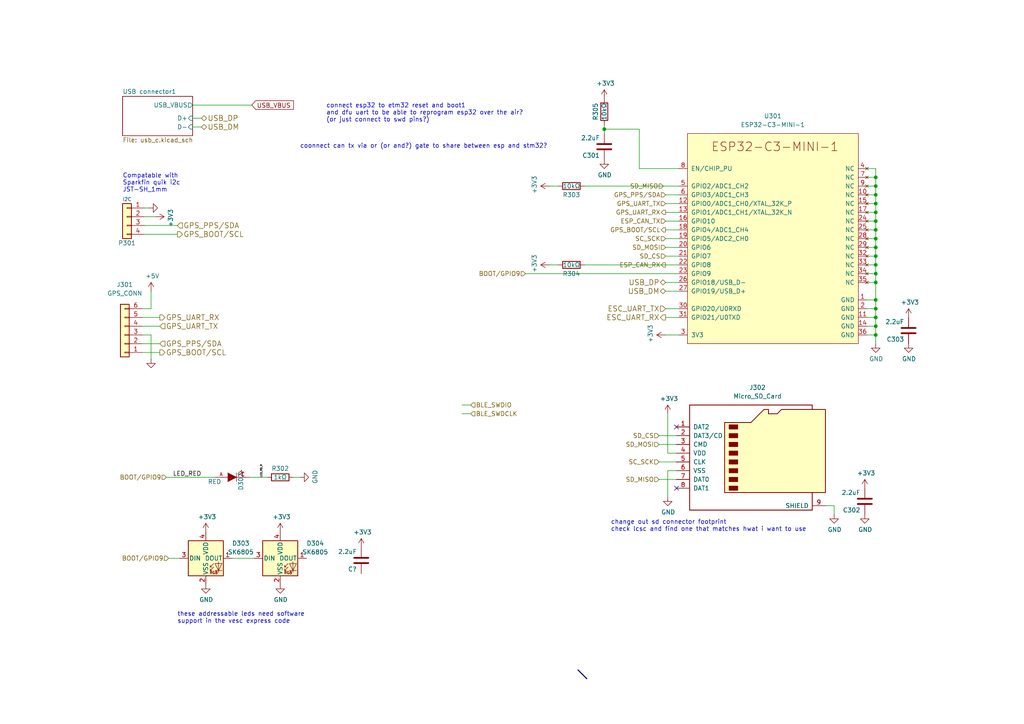
<source format=kicad_sch>
(kicad_sch (version 20211123) (generator eeschema)
  (paper "A4")
  (title_block (title "Moxie-Drive 24, vesc compatable motor controller") (date "2020-07-01") (rev "1.0") (company "Marshall Scholz"))
  (lib_symbols
    (symbol "24_control_board-rescue:+3.3V-power-MoxiE_Control_board-rescue" (power) (pin_names (offset 0))
      (property "Value" "+3.3V-power-MoxiE_Control_board-rescue" (at 0 3.556 0))
      (symbol "+3.3V-power-MoxiE_Control_board-rescue_0_1"
        (polyline (pts (xy -0.762 1.27) (xy 0 2.54)))
        (polyline (pts (xy 0 0) (xy 0 2.54)))
        (polyline (pts (xy 0 2.54) (xy 0.762 1.27)))
      )
      (symbol "+3.3V-power-MoxiE_Control_board-rescue_1_1"
        (pin power_in line (at 0 0 90) (length 0) hide (name "+3V3") (number "1"))
      )
    )
    (symbol "24_control_board-rescue:Conn_01x04-Connector_Generic-MoxiE_Control_board-rescue" (pin_names hide)
      (property "Reference" "J" (at 0 5.08 0))
      (property "Value" "Conn_01x04-Connector_Generic-MoxiE_Control_board-rescue" (at 0 -7.62 0))
      (symbol "Conn_01x04-Connector_Generic-MoxiE_Control_board-rescue_1_1"
        (rectangle (start -1.27 -4.953) (end 0 -5.207) (stroke (width 0.1524)))
        (rectangle (start -1.27 -2.413) (end 0 -2.667) (stroke (width 0.1524)))
        (rectangle (start -1.27 0.127) (end 0 -0.127) (stroke (width 0.1524)))
        (rectangle (start -1.27 2.667) (end 0 2.413) (stroke (width 0.1524)))
        (rectangle (start -1.27 3.81) (end 1.27 -6.35) (stroke (width 0.254)) (fill (type background)))
        (pin passive line (at -5.08 2.54 0) (length 3.81) (name "Pin_1") (number "1"))
        (pin passive line (at -5.08 0 0) (length 3.81) (name "Pin_2") (number "2"))
        (pin passive line (at -5.08 -2.54 0) (length 3.81) (name "Pin_3") (number "3"))
        (pin passive line (at -5.08 -5.08 0) (length 3.81) (name "Pin_4") (number "4"))
      )
    )
    (symbol "24_control_board-rescue:GND-power-MoxiE_Control_board-rescue" (power) (pin_names (offset 0))
      (property "Value" "GND-power-MoxiE_Control_board-rescue" (at 0 -3.81 0))
      (symbol "GND-power-MoxiE_Control_board-rescue_0_1"
        (polyline (pts (xy 0 0) (xy 0 -1.27) (xy 1.27 -1.27) (xy 0 -2.54) (xy -1.27 -1.27) (xy 0 -1.27)))
      )
      (symbol "GND-power-MoxiE_Control_board-rescue_1_1"
        (pin power_in line (at 0 0 270) (length 0) hide (name "GND") (number "1"))
      )
    )
    (symbol "24_control_board-rescue:R-Device-MoxiE_Control_board-rescue" (pin_numbers hide) (pin_names (offset 0))
      (property "Reference" "R" (at 2.032 0 90))
      (property "Value" "R-Device-MoxiE_Control_board-rescue" (at 0 0 90))
      (symbol "R-Device-MoxiE_Control_board-rescue_0_1"
        (rectangle (start -1.016 -2.54) (end 1.016 2.54) (stroke (width 0.254)))
      )
      (symbol "R-Device-MoxiE_Control_board-rescue_1_1"
        (pin passive line (at 0 3.81 270) (length 1.27) (name "~") (number "1"))
        (pin passive line (at 0 -3.81 90) (length 1.27) (name "~") (number "2"))
      )
    )
    (symbol "24_control_board-rescue:pkl_LED-pkl_device" (pin_names hide)
      (property "Reference" "D" (at 0 2.54 0))
      (property "Value" "pkl_LED-pkl_device" (at 0 -2.54 0))
      (symbol "pkl_LED-pkl_device_0_1"
        (polyline (pts (xy 1.27 1.27) (xy 1.27 -1.27)))
        (polyline (pts (xy -1.27 1.27) (xy 1.27 0) (xy -1.27 -1.27)) (fill (type outline)))
        (polyline (pts (xy 1.651 -1.016) (xy 2.794 -2.032) (xy 2.667 -1.397)))
        (polyline (pts (xy 2.032 -0.635) (xy 3.175 -1.651) (xy 3.048 -1.016)))
      )
      (symbol "pkl_LED-pkl_device_1_1"
        (pin passive line (at -5.08 0 0) (length 3.81) (name "A") (number "A"))
        (pin passive line (at 5.08 0 180) (length 3.81) (name "C") (number "C"))
      )
    )
    (symbol "Connector:Micro_SD_Card" (pin_names (offset 1.016))
      (property "Reference" "J" (at -16.51 15.24 0))
      (property "Value" "Micro_SD_Card" (at 16.51 15.24 0))
      (symbol "Micro_SD_Card_0_1"
        (rectangle (start -7.62 -9.525) (end -5.08 -10.795) (fill (type outline)))
        (rectangle (start -7.62 -6.985) (end -5.08 -8.255) (fill (type outline)))
        (rectangle (start -7.62 -4.445) (end -5.08 -5.715) (fill (type outline)))
        (rectangle (start -7.62 -1.905) (end -5.08 -3.175) (fill (type outline)))
        (rectangle (start -7.62 0.635) (end -5.08 -0.635) (fill (type outline)))
        (rectangle (start -7.62 3.175) (end -5.08 1.905) (fill (type outline)))
        (rectangle (start -7.62 5.715) (end -5.08 4.445) (fill (type outline)))
        (rectangle (start -7.62 8.255) (end -5.08 6.985) (fill (type outline)))
        (polyline (pts (xy 16.51 12.7) (xy 16.51 13.97) (xy -19.05 13.97) (xy -19.05 -16.51) (xy 16.51 -16.51) (xy 16.51 -11.43)) (stroke (width 0.254)))
        (polyline (pts (xy -8.89 -11.43) (xy -8.89 8.89) (xy -1.27 8.89) (xy 2.54 12.7) (xy 3.81 12.7) (xy 3.81 11.43) (xy 6.35 11.43) (xy 7.62 12.7) (xy 20.32 12.7) (xy 20.32 -11.43) (xy -8.89 -11.43)) (stroke (width 0.254)) (fill (type background)))
      )
      (symbol "Micro_SD_Card_1_1"
        (pin bidirectional line (at -22.86 7.62 0) (length 3.81) (name "DAT2") (number "1"))
        (pin bidirectional line (at -22.86 5.08 0) (length 3.81) (name "DAT3/CD") (number "2"))
        (pin input line (at -22.86 2.54 0) (length 3.81) (name "CMD") (number "3"))
        (pin power_in line (at -22.86 0 0) (length 3.81) (name "VDD") (number "4"))
        (pin input line (at -22.86 -2.54 0) (length 3.81) (name "CLK") (number "5"))
        (pin power_in line (at -22.86 -5.08 0) (length 3.81) (name "VSS") (number "6"))
        (pin bidirectional line (at -22.86 -7.62 0) (length 3.81) (name "DAT0") (number "7"))
        (pin bidirectional line (at -22.86 -10.16 0) (length 3.81) (name "DAT1") (number "8"))
        (pin passive line (at 20.32 -15.24 180) (length 3.81) (name "SHIELD") (number "9"))
      )
    )
    (symbol "Connector_Generic:Conn_01x06" (pin_names (offset 1.016) hide)
      (property "Reference" "J" (at 0 7.62 0))
      (property "Value" "Conn_01x06" (at 0 -10.16 0))
      (symbol "Conn_01x06_1_1"
        (rectangle (start -1.27 -7.493) (end 0 -7.747) (stroke (width 0.1524)))
        (rectangle (start -1.27 -4.953) (end 0 -5.207) (stroke (width 0.1524)))
        (rectangle (start -1.27 -2.413) (end 0 -2.667) (stroke (width 0.1524)))
        (rectangle (start -1.27 0.127) (end 0 -0.127) (stroke (width 0.1524)))
        (rectangle (start -1.27 2.667) (end 0 2.413) (stroke (width 0.1524)))
        (rectangle (start -1.27 5.207) (end 0 4.953) (stroke (width 0.1524)))
        (rectangle (start -1.27 6.35) (end 1.27 -8.89) (stroke (width 0.254)) (fill (type background)))
        (pin passive line (at -5.08 5.08 0) (length 3.81) (name "Pin_1") (number "1"))
        (pin passive line (at -5.08 2.54 0) (length 3.81) (name "Pin_2") (number "2"))
        (pin passive line (at -5.08 0 0) (length 3.81) (name "Pin_3") (number "3"))
        (pin passive line (at -5.08 -2.54 0) (length 3.81) (name "Pin_4") (number "4"))
        (pin passive line (at -5.08 -5.08 0) (length 3.81) (name "Pin_5") (number "5"))
        (pin passive line (at -5.08 -7.62 0) (length 3.81) (name "Pin_6") (number "6"))
      )
    )
    (symbol "Device:C" (pin_numbers hide) (pin_names (offset 0.254))
      (property "Reference" "C" (at 0.635 2.54 0))
      (property "Value" "C" (at 0.635 -2.54 0))
      (symbol "C_0_1"
        (polyline (pts (xy -2.032 -0.762) (xy 2.032 -0.762)) (stroke (width 0.508)))
        (polyline (pts (xy -2.032 0.762) (xy 2.032 0.762)) (stroke (width 0.508)))
      )
      (symbol "C_1_1"
        (pin passive line (at 0 3.81 270) (length 2.794) (name "~") (number "1"))
        (pin passive line (at 0 -3.81 90) (length 2.794) (name "~") (number "2"))
      )
    )
    (symbol "Espressif:ESP32-C3-MINI-1" (pin_names (offset 1.016))
      (property "Reference" "U" (at 0 33.02 0))
      (property "Value" "ESP32-C3-MINI-1" (at 0 -30.48 0))
      (symbol "ESP32-C3-MINI-1_0_0"
        (text "ESP32-C3-MINI-1" (at 1.27 27.94 0) (effects (font (size 2.54 2.54))))
      )
      (symbol "ESP32-C3-MINI-1_0_1"
        (rectangle (start -24.13 31.75) (end 25.4 -29.21) (fill (type background)))
      )
      (symbol "ESP32-C3-MINI-1_1_1"
        (pin power_in line (at 27.94 -16.51 180) (length 2.54) (name "GND") (number "1"))
        (pin no_connect line (at 27.94 13.97 180) (length 2.54) (name "NC") (number "10"))
        (pin power_in line (at 27.94 -21.59 180) (length 2.54) (name "GND") (number "11"))
        (pin bidirectional line (at -26.67 11.43 0) (length 2.54) (name "GPIO0/ADC1_CH0/XTAL_32K_P") (number "12"))
        (pin bidirectional line (at -26.67 8.89 0) (length 2.54) (name "GPIO1/ADC1_CH1/XTAL_32K_N") (number "13"))
        (pin power_in line (at 27.94 -24.13 180) (length 2.54) (name "GND") (number "14"))
        (pin no_connect line (at 27.94 11.43 180) (length 2.54) (name "NC") (number "15"))
        (pin bidirectional line (at -26.67 6.35 0) (length 2.54) (name "GPIO10") (number "16"))
        (pin no_connect line (at 27.94 8.89 180) (length 2.54) (name "NC") (number "17"))
        (pin bidirectional line (at -26.67 3.81 0) (length 2.54) (name "GPIO4/ADC1_CH4") (number "18"))
        (pin bidirectional line (at -26.67 1.27 0) (length 2.54) (name "GPIO5/ADC2_CH0") (number "19"))
        (pin power_in line (at 27.94 -19.05 180) (length 2.54) (name "GND") (number "2"))
        (pin bidirectional line (at -26.67 -1.27 0) (length 2.54) (name "GPIO6") (number "20"))
        (pin bidirectional line (at -26.67 -3.81 0) (length 2.54) (name "GPIO7") (number "21"))
        (pin bidirectional line (at -26.67 -6.35 0) (length 2.54) (name "GPIO8") (number "22"))
        (pin bidirectional line (at -26.67 -8.89 0) (length 2.54) (name "GPIO9") (number "23"))
        (pin no_connect line (at 27.94 6.35 180) (length 2.54) (name "NC") (number "24"))
        (pin no_connect line (at 27.94 3.81 180) (length 2.54) (name "NC") (number "25"))
        (pin bidirectional line (at -26.67 -11.43 0) (length 2.54) (name "GPIO18/USB_D-") (number "26"))
        (pin bidirectional line (at -26.67 -13.97 0) (length 2.54) (name "GPIO19/USB_D+") (number "27"))
        (pin no_connect line (at 27.94 1.27 180) (length 2.54) (name "NC") (number "28"))
        (pin no_connect line (at 27.94 -1.27 180) (length 2.54) (name "NC") (number "29"))
        (pin power_in line (at -26.67 -26.67 0) (length 2.54) (name "3V3") (number "3"))
        (pin bidirectional line (at -26.67 -19.05 0) (length 2.54) (name "GPIO20/U0RXD") (number "30"))
        (pin bidirectional line (at -26.67 -21.59 0) (length 2.54) (name "GPIO21/U0TXD") (number "31"))
        (pin no_connect line (at 27.94 -3.81 180) (length 2.54) (name "NC") (number "32"))
        (pin no_connect line (at 27.94 -6.35 180) (length 2.54) (name "NC") (number "33"))
        (pin no_connect line (at 27.94 -8.89 180) (length 2.54) (name "NC") (number "34"))
        (pin no_connect line (at 27.94 -11.43 180) (length 2.54) (name "NC") (number "35"))
        (pin power_in line (at 27.94 -26.67 180) (length 2.54) (name "GND") (number "36"))
        (pin no_connect line (at 27.94 21.59 180) (length 2.54) (name "NC") (number "4"))
        (pin bidirectional line (at -26.67 16.51 0) (length 2.54) (name "GPIO2/ADC1_CH2") (number "5"))
        (pin bidirectional line (at -26.67 13.97 0) (length 2.54) (name "GPIO3/ADC1_CH3") (number "6"))
        (pin no_connect line (at 27.94 19.05 180) (length 2.54) (name "NC") (number "7"))
        (pin input line (at -26.67 21.59 0) (length 2.54) (name "EN/CHIP_PU") (number "8"))
        (pin no_connect line (at 27.94 16.51 180) (length 2.54) (name "NC") (number "9"))
      )
    )
    (symbol "LED:SK6805" (pin_names (offset 0.254))
      (property "Reference" "D" (at 5.08 5.715 0))
      (property "Value" "SK6805" (at 1.27 -5.715 0))
      (symbol "SK6805_0_0"
        (text "RGB" (at 2.286 -4.191 0) (effects (font (size 0.762 0.762))))
      )
      (symbol "SK6805_0_1"
        (polyline (pts (xy 1.27 -3.556) (xy 1.778 -3.556)))
        (polyline (pts (xy 1.27 -2.54) (xy 1.778 -2.54)))
        (polyline (pts (xy 4.699 -3.556) (xy 2.667 -3.556)))
        (polyline (pts (xy 2.286 -2.54) (xy 1.27 -3.556) (xy 1.27 -3.048)))
        (polyline (pts (xy 2.286 -1.524) (xy 1.27 -2.54) (xy 1.27 -2.032)))
        (polyline (pts (xy 3.683 -1.016) (xy 3.683 -3.556) (xy 3.683 -4.064)))
        (polyline (pts (xy 4.699 -1.524) (xy 2.667 -1.524) (xy 3.683 -3.556) (xy 4.699 -1.524)))
        (rectangle (start 5.08 5.08) (end -5.08 -5.08) (stroke (width 0.254)) (fill (type background)))
      )
      (symbol "SK6805_1_1"
        (pin output line (at 7.62 0 180) (length 2.54) (name "DOUT") (number "1"))
        (pin power_in line (at 0 -7.62 90) (length 2.54) (name "VSS") (number "2"))
        (pin input line (at -7.62 0 0) (length 2.54) (name "DIN") (number "3"))
        (pin power_in line (at 0 7.62 270) (length 2.54) (name "VDD") (number "4"))
      )
    )
    (symbol "power:+5V" (power) (pin_names (offset 0))
      (property "Value" "+5V" (at 0 3.556 0))
      (symbol "+5V_0_1"
        (polyline (pts (xy -0.762 1.27) (xy 0 2.54)))
        (polyline (pts (xy 0 0) (xy 0 2.54)))
        (polyline (pts (xy 0 2.54) (xy 0.762 1.27)))
      )
      (symbol "+5V_1_1"
        (pin power_in line (at 0 0 90) (length 0) hide (name "+5V") (number "1"))
      )
    )
  )
  (junction (at 254 66.675))
  (junction (at 254 69.215))
  (junction (at 254 51.435))
  (junction (at 254 92.075))
  (junction (at 254 97.155))
  (junction (at 254 59.055))
  (junction (at 254 74.295))
  (junction (at 254 94.615))
  (junction (at 254 81.915))
  (junction (at 254 71.755))
  (junction (at 254 79.375))
  (junction (at 254 64.135))
  (junction (at 254 89.535))
  (junction (at 254 56.515))
  (junction (at 254 76.835))
  (junction (at 254 53.975))
  (junction (at 175.26 37.465))
  (junction (at 254 86.995))
  (junction (at 254 61.595))
  (no_connect (at 196.215 141.605))
  (no_connect (at 196.215 123.825))
  (wire (pts (xy 254 53.975) (xy 254 51.435)))
  (wire (pts (xy 251.46 69.215) (xy 254 69.215)))
  (wire (pts (xy 251.46 48.895) (xy 254 48.895)))
  (wire (pts (xy 43.815 97.155) (xy 43.815 104.14)))
  (wire (pts (xy 254 92.075) (xy 254 89.535)))
  (wire (pts (xy 169.545 76.835) (xy 196.85 76.835)))
  (wire (pts (xy 254 51.435) (xy 254 48.895)))
  (wire (pts (xy 254 94.615) (xy 254 92.075)))
  (wire (pts (xy 193.675 131.445) (xy 193.675 120.015)))
  (wire (pts (xy 251.46 64.135) (xy 254 64.135)))
  (wire (pts (xy 193.04 74.295) (xy 196.85 74.295)))
  (wire (pts (xy 254 59.055) (xy 251.46 59.055)))
  (wire (pts (xy 251.46 76.835) (xy 254 76.835)))
  (wire (pts (xy 193.04 69.215) (xy 196.85 69.215)))
  (wire (pts (xy 41.275 89.535) (xy 43.815 89.535)))
  (wire (pts (xy 251.46 74.295) (xy 254 74.295)))
  (wire (pts (xy 251.46 51.435) (xy 254 51.435)))
  (wire (pts (xy 193.04 84.455) (xy 196.85 84.455)))
  (wire (pts (xy 86.995 138.43) (xy 85.09 138.43)))
  (wire (pts (xy 193.04 64.135) (xy 196.85 64.135)))
  (wire (pts (xy 254 76.835) (xy 254 74.295)))
  (wire (pts (xy 254 81.915) (xy 254 86.995)))
  (wire (pts (xy 254 89.535) (xy 254 86.995)))
  (wire (pts (xy 241.935 149.225) (xy 241.935 146.685)))
  (wire (pts (xy 196.85 89.535) (xy 193.04 89.535)))
  (wire (pts (xy 254 97.155) (xy 254 94.615)))
  (wire (pts (xy 41.91 67.945) (xy 51.435 67.945)))
  (wire (pts (xy 254 71.755) (xy 251.46 71.755)))
  (wire (pts (xy 191.135 126.365) (xy 196.215 126.365)))
  (wire (pts (xy 251.46 53.975) (xy 254 53.975)))
  (wire (pts (xy 41.275 99.695) (xy 46.355 99.695)))
  (wire (pts (xy 254 61.595) (xy 254 59.055)))
  (wire (pts (xy 251.46 81.915) (xy 254 81.915)))
  (wire (pts (xy 251.46 92.075) (xy 254 92.075)))
  (wire (pts (xy 254 74.295) (xy 254 71.755)))
  (wire (pts (xy 175.26 37.465) (xy 175.26 36.195)))
  (wire (pts (xy 251.46 94.615) (xy 254 94.615)))
  (wire (pts (xy 191.135 128.905) (xy 196.215 128.905)))
  (wire (pts (xy 191.135 139.065) (xy 196.215 139.065)))
  (wire (pts (xy 41.275 97.155) (xy 43.815 97.155)))
  (wire (pts (xy 41.91 65.405) (xy 51.435 65.405)))
  (wire (pts (xy 196.85 61.595) (xy 193.04 61.595)))
  (wire (pts (xy 175.26 37.465) (xy 175.26 38.735)))
  (wire (pts (xy 41.275 102.235) (xy 46.355 102.235)))
  (wire (pts (xy 251.46 56.515) (xy 254 56.515)))
  (wire (pts (xy 251.46 97.155) (xy 254 97.155)))
  (bus (pts (xy 167.64 194.31) (xy 170.18 196.85)))
  (wire (pts (xy 196.85 59.055) (xy 193.04 59.055)))
  (wire (pts (xy 72.39 138.43) (xy 77.47 138.43)))
  (wire (pts (xy 254 79.375) (xy 254 76.835)))
  (wire (pts (xy 48.895 161.925) (xy 52.07 161.925)))
  (wire (pts (xy 41.275 92.075) (xy 46.355 92.075)))
  (wire (pts (xy 133.985 120.015) (xy 136.525 120.015)))
  (wire (pts (xy 193.04 92.075) (xy 196.85 92.075)))
  (wire (pts (xy 62.23 138.43) (xy 48.26 138.43)))
  (wire (pts (xy 196.85 66.675) (xy 193.04 66.675)))
  (wire (pts (xy 193.675 136.525) (xy 193.675 144.145)))
  (wire (pts (xy 251.46 89.535) (xy 254 89.535)))
  (wire (pts (xy 254 86.995) (xy 251.46 86.995)))
  (wire (pts (xy 159.385 76.835) (xy 161.925 76.835)))
  (wire (pts (xy 159.385 53.975) (xy 161.925 53.975)))
  (wire (pts (xy 254 64.135) (xy 254 61.595)))
  (wire (pts (xy 254 71.755) (xy 254 69.215)))
  (wire (pts (xy 136.525 117.475) (xy 133.985 117.475)))
  (wire (pts (xy 251.46 61.595) (xy 254 61.595)))
  (wire (pts (xy 185.42 48.895) (xy 185.42 37.465)))
  (wire (pts (xy 193.04 71.755) (xy 196.85 71.755)))
  (wire (pts (xy 193.04 97.155) (xy 196.85 97.155)))
  (wire (pts (xy 55.88 30.48) (xy 73.025 30.48)))
  (wire (pts (xy 254 99.695) (xy 254 97.155)))
  (wire (pts (xy 193.04 81.915) (xy 196.85 81.915)))
  (wire (pts (xy 43.815 84.455) (xy 43.815 89.535)))
  (wire (pts (xy 43.18 60.325) (xy 41.91 60.325)))
  (wire (pts (xy 251.46 66.675) (xy 254 66.675)))
  (wire (pts (xy 254 69.215) (xy 254 66.675)))
  (wire (pts (xy 191.135 133.985) (xy 196.215 133.985)))
  (wire (pts (xy 196.85 48.895) (xy 185.42 48.895)))
  (wire (pts (xy 185.42 37.465) (xy 175.26 37.465)))
  (wire (pts (xy 196.215 136.525) (xy 193.675 136.525)))
  (wire (pts (xy 41.275 94.615) (xy 46.355 94.615)))
  (wire (pts (xy 55.88 36.83) (xy 58.42 36.83)))
  (wire (pts (xy 45.085 62.865) (xy 41.91 62.865)))
  (wire (pts (xy 254 81.915) (xy 254 79.375)))
  (wire (pts (xy 254 56.515) (xy 254 53.975)))
  (wire (pts (xy 169.545 53.975) (xy 196.85 53.975)))
  (wire (pts (xy 254 66.675) (xy 254 64.135)))
  (wire (pts (xy 251.46 79.375) (xy 254 79.375)))
  (wire (pts (xy 196.85 56.515) (xy 193.04 56.515)))
  (wire (pts (xy 67.31 161.925) (xy 73.66 161.925)))
  (wire (pts (xy 152.4 79.375) (xy 196.85 79.375)))
  (wire (pts (xy 254 59.055) (xy 254 56.515)))
  (wire (pts (xy 193.675 131.445) (xy 196.215 131.445)))
  (wire (pts (xy 55.88 34.29) (xy 58.42 34.29)))
  (wire (pts (xy 241.935 146.685) (xy 239.395 146.685)))
  (text "Compatable with \nSparkfin quik i2c\nJST-SH_1mm" (at 35.56 55.88 0) (effects (font (size 1.27 1.27)) (justify left bottom)))
  (text "change out sd connector footprint\ncheck lcsc and find one that matches hwat i want to use" (at 177.165 154.305 0) (effects (font (size 1.27 1.27)) (justify left bottom)))
  (text "coonnect can tx via or (or and?) gate to share between esp and stm32?" (at 86.995 43.18 0) (effects (font (size 1.27 1.27)) (justify left bottom)))
  (text "these addressable leds need software \nsupport in the vesc express code" (at 51.435 180.975 0) (effects (font (size 1.27 1.27)) (justify left bottom)))
  (text "connect esp32 to etm32 reset and boot1\nand dfu uart to be able to reprogram esp32 over the air?\n(or just connect to swd pins?)" (at 94.615 35.56 0) (effects (font (size 1.27 1.27)) (justify left bottom)))
  (label "LED_RD_R" (at 76.2 138.43 90) (effects (font (size 0.508 0.508))))
  (label "LED_RED" (at 58.42 138.43 180))
  (global_label "USB_VBUS" (shape input) (at 73.025 30.48 0) (property "Intersheet References" "${INTERSHEET_REFS}" (effects hide)))
  (hierarchical_label "BLE_SWDIO" (shape input) (at 136.525 117.475 0))
  (hierarchical_label "SD_MOSI" (shape input) (at 193.04 71.755 180))
  (hierarchical_label "USB_DM" (shape bidirectional) (at 193.04 84.455 180) (effects (font (size 1.524 1.524))))
  (hierarchical_label "GPS_PPS{slash}SDA" (shape input) (at 193.04 56.515 180))
  (hierarchical_label "BOOT{slash}GPIO9" (shape input) (at 48.26 138.43 180))
  (hierarchical_label "GPS_BOOT{slash}SCL" (shape output) (at 46.355 102.235 0) (effects (font (size 1.524 1.524))))
  (hierarchical_label "SC_SCK" (shape input) (at 193.04 69.215 180))
  (hierarchical_label "SD_MISO" (shape input) (at 192.405 53.975 180))
  (hierarchical_label "SD_CS" (shape input) (at 193.04 74.295 180))
  (hierarchical_label "SC_SCK" (shape input) (at 191.135 133.985 180))
  (hierarchical_label "ESC_UART_TX" (shape input) (at 193.04 89.535 180) (effects (font (size 1.524 1.524))))
  (hierarchical_label "ESP_CAN_RX" (shape output) (at 193.04 76.835 180))
  (hierarchical_label "BOOT{slash}GPIO9" (shape input) (at 152.4 79.375 180))
  (hierarchical_label "GPS_PPS{slash}SDA" (shape input) (at 51.435 65.405 0) (effects (font (size 1.524 1.524))))
  (hierarchical_label "ESP_CAN_TX" (shape input) (at 193.04 64.135 180))
  (hierarchical_label "SD_MOSI" (shape input) (at 191.135 128.905 180))
  (hierarchical_label "USB_DM" (shape bidirectional) (at 58.42 36.83 0) (effects (font (size 1.524 1.524))))
  (hierarchical_label "GPS_BOOT{slash}SCL" (shape output) (at 193.04 66.675 180))
  (hierarchical_label "USB_DP" (shape bidirectional) (at 58.42 34.29 0) (effects (font (size 1.524 1.524))))
  (hierarchical_label "GPS_UART_RX" (shape output) (at 193.04 61.595 180))
  (hierarchical_label "GPS_PPS{slash}SDA" (shape input) (at 46.355 99.695 0) (effects (font (size 1.524 1.524))))
  (hierarchical_label "ESC_UART_RX" (shape output) (at 193.04 92.075 180) (effects (font (size 1.524 1.524))))
  (hierarchical_label "GPS_UART_TX" (shape input) (at 193.04 59.055 180))
  (hierarchical_label "GPS_UART_TX" (shape input) (at 46.355 94.615 0) (effects (font (size 1.524 1.524))))
  (hierarchical_label "GPS_BOOT{slash}SCL" (shape output) (at 51.435 67.945 0) (effects (font (size 1.524 1.524))))
  (hierarchical_label "BLE_SWDCLK" (shape input) (at 136.525 120.015 0))
  (hierarchical_label "SD_MISO" (shape input) (at 191.135 139.065 180))
  (hierarchical_label "BOOT{slash}GPIO9" (shape input) (at 48.895 161.925 180))
  (hierarchical_label "SD_CS" (shape input) (at 191.135 126.365 180))
  (hierarchical_label "USB_DP" (shape bidirectional) (at 193.04 81.915 180) (effects (font (size 1.524 1.524))))
  (hierarchical_label "GPS_UART_RX" (shape output) (at 46.355 92.075 0) (effects (font (size 1.524 1.524))))
  (symbol (lib_id "24_control_board-rescue:GND-power-MoxiE_Control_board-rescue") (at 81.28 169.545 0) (unit 1)
    (property "Reference" "#PWR0311" (effects hide))
    (property "Value" "GND" (at 81.407 173.9392 0))
  )
  (symbol (lib_id "Connector_Generic:Conn_01x06") (at 36.195 97.155 180) (unit 1)
    (property "Reference" "J301" (at 36.195 82.55 0))
    (property "Value" "GPS_CONN" (at 36.195 85.09 0))
    (property "Footprint" "Connector_JST:JST_GH_BM06B-GHS-TBT_1x06-1MP_P1.25mm_Vertical" (effects hide))
  )
  (symbol (lib_id "Device:C") (at 263.525 95.885 180) (unit 1)
    (property "Reference" "C303" (at 262.255 98.425 0) (effects (justify left)))
    (property "Value" "2.2uF" (at 262.255 93.345 0) (effects (justify left)))
    (property "Footprint" "pkl_dipol:C_0402" (effects hide))
  )
  (symbol (lib_id "24_control_board-rescue:GND-power-MoxiE_Control_board-rescue") (at 175.26 46.355 0) (unit 1)
    (property "Reference" "#PWR0315" (effects hide))
    (property "Value" "GND" (at 175.387 50.7492 0))
  )
  (symbol (lib_id "24_control_board-rescue:GND-power-MoxiE_Control_board-rescue") (at 193.675 144.145 0) (unit 1)
    (property "Reference" "#PWR0318" (effects hide))
    (property "Value" "GND" (at 193.802 148.5392 0))
  )
  (symbol (lib_id "24_control_board-rescue:+3.3V-power-MoxiE_Control_board-rescue") (at 45.085 62.865 270) (unit 1)
    (property "Reference" "#PWR0306" (effects hide))
    (property "Value" "+3.3V" (at 49.4792 63.246 0))
  )
  (symbol (lib_id "24_control_board-rescue:GND-power-MoxiE_Control_board-rescue") (at 43.18 60.325 90) (unit 1)
    (property "Reference" "#PWR0302" (effects hide))
    (property "Value" "GND" (effects hide))
  )
  (symbol (lib_id "24_control_board-rescue:+3.3V-power-MoxiE_Control_board-rescue") (at 193.04 97.155 90) (unit 1)
    (property "Reference" "#PWR0316" (effects hide))
    (property "Value" "+3.3V" (at 188.6458 96.774 0))
  )
  (symbol (lib_id "24_control_board-rescue:+3.3V-power-MoxiE_Control_board-rescue") (at 104.775 158.75 0) (unit 1)
    (property "Reference" "#PWR?" (effects hide))
    (property "Value" "+3.3V" (at 105.156 154.3558 0))
  )
  (symbol (lib_id "24_control_board-rescue:+3.3V-power-MoxiE_Control_board-rescue") (at 81.28 154.305 0) (unit 1)
    (property "Reference" "#PWR0310" (effects hide))
    (property "Value" "+3.3V" (at 81.661 149.9108 0))
  )
  (symbol (lib_id "LED:SK6805") (at 59.69 161.925 0) (unit 1)
    (property "Reference" "D303" (at 69.85 157.5943 0))
    (property "Value" "SK6805" (at 69.85 160.1343 0))
    (property "Footprint" "LED_SMD:LED_SK6812_EC15_1.5x1.5mm" (effects hide))
    (property "Datasheet" "https://cdn-shop.adafruit.com/product-files/3484/3484_Datasheet.pdf" (effects hide))
  )
  (symbol (lib_id "24_control_board-rescue:pkl_LED-pkl_device") (at 67.31 138.43 0) (mirror x) (unit 1)
    (property "Reference" "D302" (at 69.85 139.7 90))
    (property "Value" "RED" (at 62.23 139.7 0))
    (property "Footprint" "pkl_dipol:D_0603" (effects hide))
  )
  (symbol (lib_id "24_control_board-rescue:Conn_01x04-Connector_Generic-MoxiE_Control_board-rescue") (at 36.83 62.865 0) (mirror y) (unit 1)
    (property "Reference" "P301" (at 36.83 70.485 0))
    (property "Value" "I2C" (at 36.83 57.785 0) (effects (font (size 1.016 1.016))))
    (property "Footprint" "Connector_JST:JST_SH_BM04B-SRSS-TB_1x04-1MP_P1.00mm_Vertical" (effects hide))
  )
  (symbol (lib_id "24_control_board-rescue:+3.3V-power-MoxiE_Control_board-rescue") (at 159.385 53.975 90) (unit 1)
    (property "Reference" "#PWR0312" (effects hide))
    (property "Value" "+3.3V" (at 154.9908 53.594 0))
  )
  (symbol (lib_id "24_control_board-rescue:GND-power-MoxiE_Control_board-rescue") (at 43.815 104.14 0) (unit 1)
    (property "Reference" "#PWR0305" (effects hide))
    (property "Value" "GND" (effects hide))
  )
  (symbol (lib_id "power:+5V") (at 43.815 84.455 0) (unit 1)
    (property "Reference" "#PWR0304" (effects hide))
    (property "Value" "+5V" (at 44.196 80.0608 0))
  )
  (symbol (lib_id "24_control_board-rescue:+3.3V-power-MoxiE_Control_board-rescue") (at 250.825 141.605 0) (unit 1)
    (property "Reference" "#PWR0321" (effects hide))
    (property "Value" "+3.3V" (at 251.206 137.2108 0))
  )
  (symbol (lib_id "24_control_board-rescue:GND-power-MoxiE_Control_board-rescue") (at 241.935 149.225 0) (unit 1)
    (property "Reference" "#PWR0319" (effects hide))
    (property "Value" "GND" (at 242.062 153.6192 0))
  )
  (symbol (lib_id "24_control_board-rescue:R-Device-MoxiE_Control_board-rescue") (at 175.26 32.385 0) (unit 1)
    (property "Reference" "R305" (at 172.72 32.385 90))
    (property "Value" "10kΩ" (at 175.26 32.385 90))
    (property "Footprint" "pkl_dipol:R_0402" (effects hide))
  )
  (symbol (lib_id "24_control_board-rescue:GND-power-MoxiE_Control_board-rescue") (at 59.69 169.545 0) (unit 1)
    (property "Reference" "#PWR0309" (effects hide))
    (property "Value" "GND" (at 59.817 173.9392 0))
  )
  (symbol (lib_id "24_control_board-rescue:+3.3V-power-MoxiE_Control_board-rescue") (at 193.675 120.015 0) (unit 1)
    (property "Reference" "#PWR0317" (effects hide))
    (property "Value" "+3.3V" (at 194.056 115.6208 0))
  )
  (symbol (lib_id "24_control_board-rescue:+3.3V-power-MoxiE_Control_board-rescue") (at 59.69 154.305 0) (unit 1)
    (property "Reference" "#PWR0308" (effects hide))
    (property "Value" "+3.3V" (at 60.071 149.9108 0))
  )
  (symbol (lib_id "24_control_board-rescue:+3.3V-power-MoxiE_Control_board-rescue") (at 159.385 76.835 90) (unit 1)
    (property "Reference" "#PWR0313" (effects hide))
    (property "Value" "+3.3V" (at 154.9908 76.454 0))
  )
  (symbol (lib_id "24_control_board-rescue:GND-power-MoxiE_Control_board-rescue") (at 254 99.695 0) (unit 1)
    (property "Reference" "#PWR0320" (effects hide))
    (property "Value" "GND" (at 254.127 104.0892 0))
  )
  (symbol (lib_id "24_control_board-rescue:GND-power-MoxiE_Control_board-rescue") (at 263.525 99.695 0) (unit 1)
    (property "Reference" "#PWR0324" (effects hide))
    (property "Value" "GND" (at 263.652 104.0892 0))
  )
  (symbol (lib_id "Device:C") (at 175.26 42.545 180) (unit 1)
    (property "Reference" "C301" (at 173.99 45.085 0) (effects (justify left)))
    (property "Value" "2.2uF" (at 173.99 40.005 0) (effects (justify left)))
    (property "Footprint" "pkl_dipol:C_0402" (effects hide))
  )
  (symbol (lib_id "24_control_board-rescue:R-Device-MoxiE_Control_board-rescue") (at 165.735 76.835 90) (unit 1)
    (property "Reference" "R304" (at 165.735 79.375 90))
    (property "Value" "10kΩ" (at 165.735 76.835 90))
    (property "Footprint" "pkl_dipol:R_0402" (effects hide))
  )
  (symbol (lib_id "Device:C") (at 104.775 162.56 180) (unit 1)
    (property "Reference" "C?" (at 103.505 165.1 0) (effects (justify left)))
    (property "Value" "2.2uF" (at 103.505 160.02 0) (effects (justify left)))
    (property "Footprint" "pkl_dipol:C_0402" (effects hide))
  )
  (symbol (lib_id "24_control_board-rescue:GND-power-MoxiE_Control_board-rescue") (at 86.995 138.43 90) (unit 1)
    (property "Reference" "#PWR?" (effects hide))
    (property "Value" "GND" (at 91.3892 138.303 0))
  )
  (symbol (lib_id "24_control_board-rescue:GND-power-MoxiE_Control_board-rescue") (at 250.825 149.225 0) (unit 1)
    (property "Reference" "#PWR0322" (effects hide))
    (property "Value" "GND" (at 250.952 153.6192 0))
  )
  (symbol (lib_id "24_control_board-rescue:+3.3V-power-MoxiE_Control_board-rescue") (at 263.525 92.075 0) (unit 1)
    (property "Reference" "#PWR0323" (effects hide))
    (property "Value" "+3.3V" (at 263.906 87.6808 0))
  )
  (symbol (lib_id "24_control_board-rescue:R-Device-MoxiE_Control_board-rescue") (at 165.735 53.975 90) (unit 1)
    (property "Reference" "R303" (at 165.735 56.515 90))
    (property "Value" "10kΩ" (at 165.735 53.975 90))
    (property "Footprint" "pkl_dipol:R_0402" (effects hide))
  )
  (symbol (lib_id "24_control_board-rescue:+3.3V-power-MoxiE_Control_board-rescue") (at 175.26 28.575 0) (unit 1)
    (property "Reference" "#PWR0314" (effects hide))
    (property "Value" "+3.3V" (at 175.641 24.1808 0))
  )
  (symbol (lib_id "LED:SK6805") (at 81.28 161.925 0) (unit 1)
    (property "Reference" "D304" (at 91.44 157.5943 0))
    (property "Value" "SK6805" (at 91.44 160.1343 0))
    (property "Footprint" "LED_SMD:LED_SK6812_EC15_1.5x1.5mm" (effects hide))
    (property "Datasheet" "https://cdn-shop.adafruit.com/product-files/3484/3484_Datasheet.pdf" (effects hide))
  )
  (symbol (lib_id "24_control_board-rescue:R-Device-MoxiE_Control_board-rescue") (at 81.28 138.43 90) (mirror x) (unit 1)
    (property "Reference" "R302" (at 81.28 135.89 90))
    (property "Value" "1kΩ" (at 81.28 138.43 90))
    (property "Footprint" "pkl_dipol:R_0402" (effects hide))
  )
  (symbol (lib_id "Connector:Micro_SD_Card") (at 219.075 131.445 0) (unit 1)
    (property "Reference" "J302" (at 219.71 112.395 0))
    (property "Value" "Micro_SD_Card" (at 219.71 114.935 0))
    (property "Footprint" "Connector_Card:microSD_HC_Molex_104031-0811" (effects hide))
    (property "Datasheet" "http://katalog.we-online.de/em/datasheet/693072010801.pdf" (effects hide))
  )
  (symbol (lib_id "Device:C") (at 250.825 145.415 180) (unit 1)
    (property "Reference" "C302" (at 249.555 147.955 0) (effects (justify left)))
    (property "Value" "2.2uF" (at 249.555 142.875 0) (effects (justify left)))
    (property "Footprint" "pkl_dipol:C_0402" (effects hide))
  )
  (symbol (lib_id "Espressif:ESP32-C3-MINI-1") (at 223.52 70.485 0) (unit 1)
    (property "Reference" "U301" (at 224.155 33.655 0))
    (property "Value" "ESP32-C3-MINI-1" (at 224.155 36.195 0))
    (property "Footprint" "Espressif:ESP32-C3-MINI-1" (effects hide))
    (property "Datasheet" "https://www.espressif.com/sites/default/files/documentation/esp32-c3-mini-1_datasheet_en.pdf" (effects hide))
  )
  (sheet (at 35.56 27.94) (size 20.32 11.43)
    (property "Sheet name" "USB connector1" (at 35.56 27.3045 0) (effects (justify left bottom)))
    (property "Sheet file" "usb_c.kicad_sch" (at 35.56 39.8785 0) (effects (justify left top)))
    (pin "D+" input (at 55.88 34.29 0))
    (pin "D-" input (at 55.88 36.83 0))
    (pin "USB_VBUS" output (at 55.88 30.48 0))
  )
)
</source>
